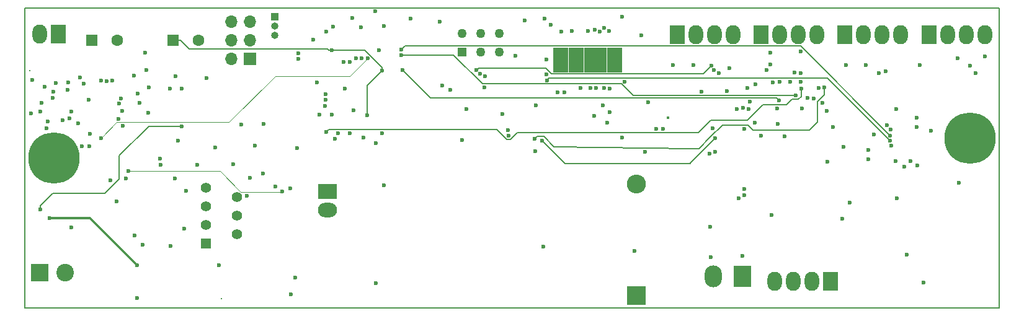
<source format=gbr>
G04 #@! TF.FileFunction,Copper,L4,Inr,Signal*
%FSLAX46Y46*%
G04 Gerber Fmt 4.6, Leading zero omitted, Abs format (unit mm)*
G04 Created by KiCad (PCBNEW 4.0.7) date 06/14/18 16:52:46*
%MOMM*%
%LPD*%
G01*
G04 APERTURE LIST*
%ADD10C,0.100000*%
%ADD11C,0.150000*%
%ADD12R,1.600000X1.600000*%
%ADD13C,1.600000*%
%ADD14R,2.600000X2.600000*%
%ADD15O,2.600000X2.600000*%
%ADD16C,7.000000*%
%ADD17R,1.700000X1.700000*%
%ADD18O,1.700000X1.700000*%
%ADD19R,1.000000X1.000000*%
%ADD20O,1.000000X1.000000*%
%ADD21R,2.350000X3.000000*%
%ADD22O,2.350000X3.000000*%
%ADD23C,1.270000*%
%ADD24R,1.270000X1.270000*%
%ADD25R,2.000000X2.600000*%
%ADD26O,2.000000X2.600000*%
%ADD27R,1.397000X1.397000*%
%ADD28C,1.397000*%
%ADD29R,1.100000X0.890000*%
%ADD30R,2.600000X2.000000*%
%ADD31O,2.600000X2.000000*%
%ADD32C,2.400000*%
%ADD33R,2.400000X2.400000*%
%ADD34C,0.600000*%
%ADD35C,0.400000*%
%ADD36C,0.200000*%
%ADD37C,0.200000*%
%ADD38C,0.300000*%
G04 APERTURE END LIST*
D10*
D11*
X25000000Y-164000000D02*
X25000000Y-123000000D01*
X158000000Y-164000000D02*
X25000000Y-164000000D01*
X158000000Y-123000000D02*
X158000000Y-164000000D01*
X25000000Y-123000000D02*
X158000000Y-123000000D01*
D12*
X45200000Y-127450000D03*
D13*
X48700000Y-127450000D03*
D12*
X34100000Y-127450000D03*
D13*
X37600000Y-127450000D03*
D14*
X108490000Y-162350000D03*
D15*
X108490000Y-147110000D03*
D16*
X154010000Y-140810000D03*
D17*
X55690000Y-129950000D03*
D18*
X53150000Y-129950000D03*
X55690000Y-127410000D03*
X53150000Y-127410000D03*
X55690000Y-124870000D03*
X53150000Y-124870000D03*
D19*
X59090000Y-124250000D03*
D20*
X59090000Y-125520000D03*
X59090000Y-126790000D03*
D21*
X122950000Y-159700000D03*
D22*
X118990000Y-159700000D03*
D23*
X84690000Y-126480000D03*
X87230000Y-126480000D03*
X89770000Y-126480000D03*
D24*
X84690000Y-129020000D03*
D23*
X87230000Y-129020000D03*
X89770000Y-129020000D03*
D25*
X125520000Y-126650000D03*
D26*
X128060000Y-126650000D03*
X130600000Y-126650000D03*
X133140000Y-126650000D03*
D25*
X114080000Y-126650000D03*
D26*
X116620000Y-126650000D03*
X119160000Y-126650000D03*
X121700000Y-126650000D03*
D25*
X136950000Y-126650000D03*
D26*
X139490000Y-126650000D03*
X142030000Y-126650000D03*
X144570000Y-126650000D03*
D25*
X148400000Y-126650000D03*
D26*
X150940000Y-126650000D03*
X153480000Y-126650000D03*
X156020000Y-126650000D03*
D27*
X49724000Y-155220000D03*
D28*
X53915000Y-153950000D03*
X49724000Y-152680000D03*
X53915000Y-151410000D03*
X49724000Y-150140000D03*
X53915000Y-148870000D03*
X49724000Y-147600000D03*
D29*
X106045000Y-131385000D03*
X106045000Y-130535000D03*
X106045000Y-128835000D03*
X106045000Y-129685000D03*
X104988750Y-129685000D03*
X104988750Y-128835000D03*
X104988750Y-130535000D03*
X104988750Y-131385000D03*
X103932500Y-131385000D03*
X103932500Y-130535000D03*
X103932500Y-128835000D03*
X103932500Y-129685000D03*
X102876250Y-129685000D03*
X102876250Y-128835000D03*
X102876250Y-130535000D03*
X102876250Y-131385000D03*
X101820000Y-131385000D03*
X101820000Y-130535000D03*
X101820000Y-128835000D03*
X101820000Y-129685000D03*
X100763750Y-129685000D03*
X100763750Y-128835000D03*
X100763750Y-130535000D03*
X100763750Y-131385000D03*
X99707500Y-131385000D03*
X99707500Y-130535000D03*
X99707500Y-128835000D03*
X99707500Y-129685000D03*
X98651250Y-129685000D03*
X98651250Y-128835000D03*
X98651250Y-130535000D03*
X98651250Y-131385000D03*
X97595000Y-131385000D03*
X97595000Y-130535000D03*
X97595000Y-128835000D03*
X97595000Y-129685000D03*
D16*
X29000000Y-143500000D03*
D30*
X66330000Y-148100000D03*
D31*
X66330000Y-150640000D03*
D25*
X29550000Y-126600000D03*
D26*
X27010000Y-126600000D03*
D32*
X30500000Y-159200000D03*
D33*
X27000000Y-159200000D03*
D25*
X134950000Y-160350000D03*
D26*
X132410000Y-160350000D03*
X129870000Y-160350000D03*
X127330000Y-160350000D03*
D34*
X28910000Y-134470000D03*
X40400000Y-134750000D03*
X45900000Y-141170000D03*
X50990000Y-142080000D03*
X62190000Y-142140000D03*
X56400000Y-141830000D03*
X54570000Y-138930000D03*
X57570000Y-138880000D03*
X74010000Y-147280000D03*
X69850000Y-137010000D03*
X68680000Y-134010000D03*
X40000000Y-154100000D03*
X81660000Y-124890000D03*
X91970000Y-129570000D03*
X93240000Y-124760000D03*
X77660000Y-124480000D03*
X45540000Y-132340000D03*
X41540000Y-131450000D03*
X41790000Y-137360000D03*
X37540000Y-149420000D03*
X46780000Y-153150000D03*
X47000000Y-148010000D03*
X48490000Y-144440000D03*
X53460000Y-144330000D03*
X49760000Y-132620000D03*
X41440000Y-129150000D03*
X41940000Y-133860000D03*
X44770000Y-134020000D03*
X46420000Y-133990000D03*
X122410000Y-148980000D03*
X117330000Y-134450000D03*
X87680000Y-133900000D03*
X94670000Y-142550000D03*
X126248909Y-131521091D03*
X123975028Y-135790010D03*
X134480000Y-137070000D03*
X146740000Y-139240000D03*
X143876446Y-143973554D03*
X140120000Y-142450000D03*
X133830000Y-135950000D03*
X130070000Y-131800000D03*
X36680000Y-146600000D03*
X43520000Y-144450000D03*
X57460000Y-145630000D03*
X61230000Y-147640000D03*
X71200000Y-140740000D03*
X72875860Y-141510000D03*
X73788316Y-140129999D03*
X83100000Y-134210000D03*
X74020000Y-125490000D03*
X69670000Y-124340000D03*
X67040000Y-125530000D03*
X33720000Y-135550000D03*
X25830000Y-137450000D03*
X119004779Y-131524908D03*
X109680000Y-142680000D03*
D35*
X112810000Y-138010000D03*
D34*
X123020000Y-136640000D03*
X121200000Y-131250000D03*
X129480000Y-133059999D03*
X146710000Y-138050000D03*
X145040000Y-144670000D03*
X143960000Y-136820000D03*
X147120000Y-130820000D03*
X154000000Y-130890000D03*
X142520000Y-131670000D03*
X71740000Y-137670000D03*
X73780000Y-131590000D03*
X66890000Y-128800000D03*
X70910000Y-125610000D03*
X64900000Y-133210000D03*
X72800000Y-123480000D03*
X61930000Y-159850000D03*
X72920000Y-160590000D03*
X55700000Y-146190000D03*
X118620000Y-157050000D03*
X90140000Y-137480000D03*
X122940000Y-156880000D03*
X25980000Y-132860000D03*
X39880000Y-132240000D03*
X29210000Y-133280000D03*
X32490000Y-132470000D03*
D36*
X25650000Y-131580000D03*
D34*
X27980000Y-139440000D03*
X32760000Y-141900000D03*
X44850000Y-155540000D03*
D36*
X51850000Y-162770000D03*
D34*
X119250000Y-142650000D03*
X123230000Y-139530000D03*
X156020000Y-129600000D03*
X145390000Y-156730000D03*
X123760000Y-136800000D03*
X123190000Y-147730000D03*
X96170000Y-130030000D03*
X134500000Y-144030000D03*
X123640000Y-133960000D03*
X104100000Y-125750000D03*
X95960000Y-124430000D03*
X96750000Y-125330000D03*
X106480000Y-124220000D03*
X102800000Y-126030000D03*
X106820000Y-133060000D03*
X102960000Y-133980000D03*
X103860000Y-136350000D03*
X98600000Y-134520000D03*
X104820000Y-137290000D03*
X104810000Y-133990000D03*
X152510000Y-146890000D03*
X144050000Y-149060000D03*
X146780000Y-144560000D03*
X102160000Y-133970000D03*
X102720000Y-137760000D03*
X46420000Y-139170000D03*
X27100000Y-150500000D03*
X65970000Y-136420000D03*
X87770000Y-132360000D03*
X130880000Y-133090000D03*
X154810000Y-131920000D03*
X87155891Y-132024014D03*
X141580000Y-131910000D03*
X130930000Y-131950000D03*
X66010000Y-135530000D03*
X86656890Y-131533081D03*
X118710000Y-130890000D03*
X66050686Y-134800686D03*
X113450000Y-130840000D03*
X116280000Y-130850000D03*
X108250000Y-156240000D03*
X118550000Y-152930000D03*
X95740000Y-155630000D03*
X152300000Y-129860000D03*
X126750000Y-129140000D03*
X126760000Y-130690000D03*
X35420000Y-132900000D03*
X134110000Y-133860000D03*
X143190000Y-139640000D03*
X94600000Y-140890000D03*
X68540000Y-130390000D03*
X60100000Y-148110000D03*
X39150000Y-145320000D03*
X98210000Y-126210000D03*
X123200000Y-148560000D03*
X128660000Y-140550000D03*
X140160000Y-143710000D03*
X125520000Y-140470000D03*
X99620000Y-126160000D03*
X127110000Y-133160000D03*
X103510000Y-126220000D03*
X137630000Y-149590000D03*
X101830000Y-126140000D03*
X136730000Y-142020000D03*
X41080000Y-155400000D03*
X40330000Y-162610000D03*
X135320000Y-139310000D03*
X104080000Y-133980000D03*
X104470000Y-138690000D03*
X109100000Y-126790000D03*
X104730000Y-126190000D03*
X100820000Y-133950000D03*
X97740000Y-134570000D03*
X143060000Y-141160000D03*
X96240000Y-132890000D03*
X66920000Y-137610000D03*
X84670000Y-141050000D03*
X91010000Y-140500000D03*
X31330000Y-137160000D03*
X27130000Y-137130000D03*
X124660000Y-138720000D03*
X124740000Y-133450000D03*
X106500000Y-140690000D03*
X131850000Y-135330000D03*
X120850000Y-134400000D03*
X122190000Y-136790000D03*
X132720000Y-135370000D03*
X71773646Y-129879990D03*
X35410000Y-140770000D03*
X111150000Y-139560000D03*
X112090000Y-139530000D03*
X148690000Y-139780000D03*
X81950000Y-133630000D03*
X137060000Y-130850000D03*
X139760000Y-130850000D03*
X118450002Y-142900000D03*
X67730000Y-140160000D03*
X65210000Y-137590000D03*
X119760000Y-131900000D03*
X130960000Y-134010000D03*
X66090000Y-140000000D03*
X62350000Y-129200000D03*
X70950000Y-129880000D03*
X62320000Y-130000000D03*
X70160000Y-129870000D03*
X73330000Y-128760000D03*
X130220000Y-135000000D03*
X76410000Y-129430000D03*
X127928312Y-135626131D03*
X76540000Y-131490000D03*
X145920000Y-143940000D03*
X140910000Y-140300000D03*
X64340000Y-127340000D03*
X43480000Y-143630000D03*
X142692460Y-139047540D03*
X66150000Y-126270000D03*
X67290000Y-140930000D03*
X28770000Y-135340000D03*
X30850000Y-134170000D03*
X31370000Y-153030000D03*
X69340000Y-140130000D03*
X143110000Y-140430000D03*
X76400000Y-128700000D03*
X96160000Y-132100000D03*
X110110000Y-135860000D03*
X126900000Y-151290000D03*
X147690000Y-160540000D03*
X136540000Y-151780000D03*
X33000000Y-133360000D03*
X33830000Y-140200000D03*
X30170000Y-138380000D03*
X33820000Y-141940000D03*
X27660000Y-133810000D03*
X30870000Y-133180000D03*
X38340000Y-139100000D03*
X38070000Y-135350000D03*
X55313511Y-148660000D03*
X119240000Y-140770000D03*
X45480000Y-146270000D03*
X38750000Y-146270000D03*
X36170000Y-133030000D03*
X133380000Y-133920000D03*
X143250000Y-141860000D03*
X95630000Y-141140000D03*
X69340000Y-130380000D03*
X59200000Y-147400000D03*
X118838554Y-139468554D03*
X127740000Y-138860000D03*
X131060002Y-136765002D03*
X127670000Y-136780000D03*
X128050000Y-133100000D03*
X130930000Y-128980000D03*
X85300000Y-136790000D03*
X94730000Y-136330000D03*
X90900000Y-139710000D03*
X61320000Y-162100000D03*
X28410000Y-151760000D03*
X51500000Y-158130000D03*
X40300000Y-158200000D03*
X38300000Y-137080000D03*
X37800000Y-138150000D03*
X40610000Y-136010000D03*
X36890000Y-132950000D03*
X37850000Y-136070000D03*
X27310000Y-135960000D03*
X31090000Y-138100000D03*
X28130000Y-138510000D03*
X32230000Y-138810000D03*
D37*
X66315736Y-128650000D02*
X47400000Y-128650000D01*
X47400000Y-128650000D02*
X46200000Y-127450000D01*
X46200000Y-127450000D02*
X45200000Y-127450000D01*
X66890000Y-128800000D02*
X66465736Y-128800000D01*
X66465736Y-128800000D02*
X66315736Y-128650000D01*
X73780000Y-131590000D02*
X73780000Y-131165736D01*
X73780000Y-131165736D02*
X71414264Y-128800000D01*
X71414264Y-128800000D02*
X67314264Y-128800000D01*
X67314264Y-128800000D02*
X66890000Y-128800000D01*
X73780000Y-131590000D02*
X71740000Y-133630000D01*
X71740000Y-133630000D02*
X71740000Y-137670000D01*
X37890000Y-143160000D02*
X41880000Y-139170000D01*
X41880000Y-139170000D02*
X46420000Y-139170000D01*
X37890000Y-146420000D02*
X37890000Y-143160000D01*
X35930000Y-148380000D02*
X37890000Y-146420000D01*
X28795736Y-148380000D02*
X35930000Y-148380000D01*
X27100000Y-150500000D02*
X27100000Y-150075736D01*
X27100000Y-150075736D02*
X28795736Y-148380000D01*
X96884999Y-132030001D02*
X96088080Y-131233082D01*
X96088080Y-131233082D02*
X86956889Y-131233082D01*
X118710000Y-130890000D02*
X117569999Y-132030001D01*
X117569999Y-132030001D02*
X96884999Y-132030001D01*
X86956889Y-131233082D02*
X86656890Y-131533081D01*
X118540000Y-140670000D02*
X118540000Y-140660000D01*
X94600000Y-140890000D02*
X94899999Y-140590001D01*
X94899999Y-140590001D02*
X95820003Y-140590001D01*
X95820003Y-140590001D02*
X97239993Y-142009991D01*
X97239993Y-142009991D02*
X115990192Y-142223061D01*
X116986939Y-142223061D02*
X118540000Y-140670000D01*
X115990192Y-142223061D02*
X116986939Y-142223061D01*
X134110000Y-134900000D02*
X134110000Y-133860000D01*
X133160000Y-135850000D02*
X134110000Y-134900000D01*
X133160000Y-138570000D02*
X133160000Y-135850000D01*
X132060000Y-139670000D02*
X133160000Y-138570000D01*
X124380000Y-139670000D02*
X132060000Y-139670000D01*
X123710000Y-139000000D02*
X124380000Y-139670000D01*
X120200000Y-139000000D02*
X123710000Y-139000000D01*
X118540000Y-140660000D02*
X120200000Y-139000000D01*
D10*
X54420000Y-148130000D02*
X60080000Y-148130000D01*
X60080000Y-148130000D02*
X60100000Y-148110000D01*
X51610000Y-145320000D02*
X54420000Y-148130000D01*
X39150000Y-145320000D02*
X51610000Y-145320000D01*
D37*
X143060000Y-141160000D02*
X143099998Y-141160000D01*
X143099998Y-141160000D02*
X134499997Y-132559999D01*
X134499997Y-132559999D02*
X96570001Y-132559999D01*
X96570001Y-132559999D02*
X96539999Y-132590001D01*
X96539999Y-132590001D02*
X96240000Y-132890000D01*
D10*
X69323636Y-132330000D02*
X59170000Y-132330000D01*
X71473647Y-130179989D02*
X71773646Y-129879990D01*
X69323636Y-132330000D02*
X71473647Y-130179989D01*
X37540000Y-138640000D02*
X35410000Y-140770000D01*
X52860000Y-138640000D02*
X37540000Y-138640000D01*
X59170000Y-132330000D02*
X52860000Y-138640000D01*
D37*
X116850000Y-140060001D02*
X116909999Y-140060001D01*
X118590000Y-138380000D02*
X120730000Y-138380000D01*
X116909999Y-140060001D02*
X118590000Y-138380000D01*
X120730000Y-138380000D02*
X123590000Y-138380000D01*
X130600001Y-135490001D02*
X130960000Y-135130002D01*
X129699999Y-135490001D02*
X130600001Y-135490001D01*
X128970000Y-136220000D02*
X129699999Y-135490001D01*
X130960000Y-135130002D02*
X130960000Y-134010000D01*
X123590000Y-138380000D02*
X125750000Y-136220000D01*
X125750000Y-136220000D02*
X128970000Y-136220000D01*
X66090000Y-140000000D02*
X66460001Y-139629999D01*
X66460001Y-139629999D02*
X89399997Y-139629999D01*
X89399997Y-139629999D02*
X90769999Y-141000001D01*
X90769999Y-141000001D02*
X91250001Y-141000001D01*
X91250001Y-141000001D02*
X92190001Y-140060001D01*
X92190001Y-140060001D02*
X116850000Y-140060001D01*
X76410000Y-129430000D02*
X83469998Y-129430000D01*
X83469998Y-129430000D02*
X87429999Y-133390001D01*
X106409999Y-133390001D02*
X108009998Y-134990000D01*
X87429999Y-133390001D02*
X106409999Y-133390001D01*
X108009998Y-134990000D02*
X130220000Y-135000000D01*
X76540000Y-131490000D02*
X80340010Y-135290010D01*
X80340010Y-135290010D02*
X127592191Y-135290010D01*
X127592191Y-135290010D02*
X127928312Y-135626131D01*
X76400000Y-128700000D02*
X76915001Y-128184999D01*
X76915001Y-128184999D02*
X130864999Y-128184999D01*
X130864999Y-128184999D02*
X143110000Y-140430000D01*
X115850000Y-144160000D02*
X119240000Y-140770000D01*
X98733658Y-144243658D02*
X115850000Y-144243658D01*
X95630000Y-141140000D02*
X98733658Y-144243658D01*
D38*
X28410000Y-151760000D02*
X33860000Y-151760000D01*
X33860000Y-151760000D02*
X40300000Y-158200000D01*
M02*

</source>
